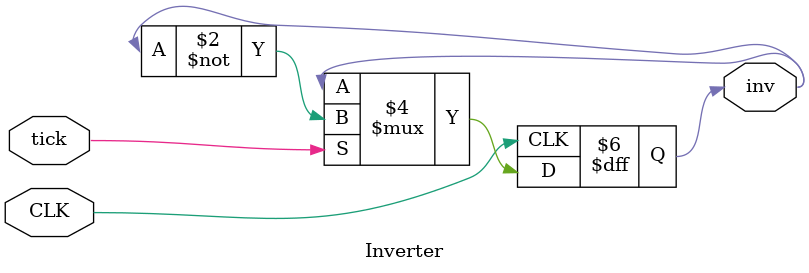
<source format=v>
`timescale 1ns / 1ps
module Inverter #(
	parameter INIT = 1'b0
 ) (
	input CLK,
	input tick,
	output reg inv = INIT
);

	always @(posedge CLK)
		if(tick)
			inv <= ~inv;

endmodule

</source>
